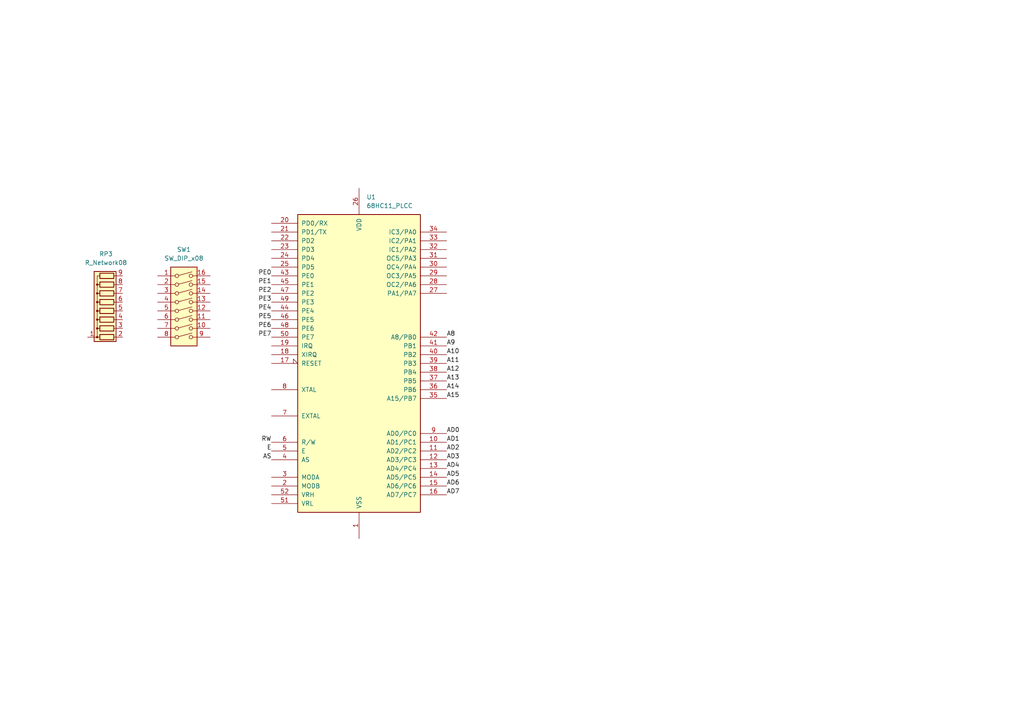
<source format=kicad_sch>
(kicad_sch (version 20250114) (generator "eeschema") (generator_version "9.0")
  (paper "A4")
  (lib_symbols
    (symbol "Device:R_Network08" (pin_names (offset 0) (hide yes))
      (property "Reference" "RN" (at -12.7 0 90))
      (property "Value" "R_Network08" (at 10.16 0 90))
      (symbol "R_Network08_0_1"
        (rectangle (start -11.43 -3.175) (end 8.89 3.175) (stroke (width 0.254)) (fill (type background)))
        (rectangle (start -10.922 1.524) (end -9.398 -2.54) (stroke (width 0.254)))
        (circle (center -10.16 2.286) (radius 0.254) (fill (type outline)))
        (polyline (pts (xy -10.16 1.524) (xy -10.16 2.286) (xy -7.62 2.286) (xy -7.62 1.524)))
        (polyline (pts (xy -10.16 -2.54) (xy -10.16 -3.81)))
        (rectangle (start -8.382 1.524) (end -6.858 -2.54) (stroke (width 0.254)))
        (circle (center -7.62 2.286) (radius 0.254) (fill (type outline)))
        (polyline (pts (xy -7.62 1.524) (xy -7.62 2.286) (xy -5.08 2.286) (xy -5.08 1.524)))
        (polyline (pts (xy -7.62 -2.54) (xy -7.62 -3.81)))
        (rectangle (start -5.842 1.524) (end -4.318 -2.54) (stroke (width 0.254)))
        (circle (center -5.08 2.286) (radius 0.254) (fill (type outline)))
        (polyline (pts (xy -5.08 1.524) (xy -5.08 2.286) (xy -2.54 2.286) (xy -2.54 1.524)))
        (polyline (pts (xy -5.08 -2.54) (xy -5.08 -3.81)))
        (rectangle (start -3.302 1.524) (end -1.778 -2.54) (stroke (width 0.254)))
        (circle (center -2.54 2.286) (radius 0.254) (fill (type outline)))
        (polyline (pts (xy -2.54 1.524) (xy -2.54 2.286) (xy 0 2.286) (xy 0 1.524)))
        (polyline (pts (xy -2.54 -2.54) (xy -2.54 -3.81)))
        (rectangle (start -0.762 1.524) (end 0.762 -2.54) (stroke (width 0.254)))
        (circle (center 0 2.286) (radius 0.254) (fill (type outline)))
        (polyline (pts (xy 0 1.524) (xy 0 2.286) (xy 2.54 2.286) (xy 2.54 1.524)))
        (polyline (pts (xy 0 -2.54) (xy 0 -3.81)))
        (rectangle (start 1.778 1.524) (end 3.302 -2.54) (stroke (width 0.254)))
        (circle (center 2.54 2.286) (radius 0.254) (fill (type outline)))
        (polyline (pts (xy 2.54 1.524) (xy 2.54 2.286) (xy 5.08 2.286) (xy 5.08 1.524)))
        (polyline (pts (xy 2.54 -2.54) (xy 2.54 -3.81)))
        (rectangle (start 4.318 1.524) (end 5.842 -2.54) (stroke (width 0.254)))
        (circle (center 5.08 2.286) (radius 0.254) (fill (type outline)))
        (polyline (pts (xy 5.08 1.524) (xy 5.08 2.286) (xy 7.62 2.286) (xy 7.62 1.524)))
        (polyline (pts (xy 5.08 -2.54) (xy 5.08 -3.81)))
        (rectangle (start 6.858 1.524) (end 8.382 -2.54) (stroke (width 0.254)))
        (polyline (pts (xy 7.62 -2.54) (xy 7.62 -3.81)))
      )
      (symbol "R_Network08_1_1"
        (pin passive line (at -10.16 5.08 270) (length 2.54) (name "common") (number "1"))
        (pin passive line (at -10.16 -5.08 90) (length 1.27) (name "R1") (number "2"))
        (pin passive line (at -7.62 -5.08 90) (length 1.27) (name "R2") (number "3"))
        (pin passive line (at -5.08 -5.08 90) (length 1.27) (name "R3") (number "4"))
        (pin passive line (at -2.54 -5.08 90) (length 1.27) (name "R4") (number "5"))
        (pin passive line (at 0 -5.08 90) (length 1.27) (name "R5") (number "6"))
        (pin passive line (at 2.54 -5.08 90) (length 1.27) (name "R6") (number "7"))
        (pin passive line (at 5.08 -5.08 90) (length 1.27) (name "R7") (number "8"))
        (pin passive line (at 7.62 -5.08 90) (length 1.27) (name "R8") (number "9"))
      )
    )
    (symbol "MCU_NXP_HC11:68HC11_PLCC" (pin_names (offset 1.016))
      (property "Reference" "U" (at 7.62 45.72 0))
      (property "Value" "68HC11_PLCC" (at 12.7 -46.99 0))
      (symbol "68HC11_PLCC_0_1"
        (rectangle (start -17.78 -43.18) (end 17.78 43.18) (stroke (width 0.254)) (fill (type background)))
      )
      (symbol "68HC11_PLCC_1_1"
        (pin bidirectional line (at -25.4 40.64 0) (length 7.62) (name "PD0/RX") (number "20"))
        (pin bidirectional line (at -25.4 38.1 0) (length 7.62) (name "PD1/TX") (number "21"))
        (pin bidirectional line (at -25.4 35.56 0) (length 7.62) (name "PD2") (number "22"))
        (pin input line (at -25.4 33.02 0) (length 7.62) (name "PD3") (number "23"))
        (pin bidirectional line (at -25.4 30.48 0) (length 7.62) (name "PD4") (number "24"))
        (pin bidirectional line (at -25.4 27.94 0) (length 7.62) (name "PD5") (number "25"))
        (pin input line (at -25.4 25.4 0) (length 7.62) (name "PE0") (number "43"))
        (pin input line (at -25.4 22.86 0) (length 7.62) (name "PE1") (number "45"))
        (pin input line (at -25.4 20.32 0) (length 7.62) (name "PE2") (number "47"))
        (pin input line (at -25.4 17.78 0) (length 7.62) (name "PE3") (number "49"))
        (pin input line (at -25.4 15.24 0) (length 7.62) (name "PE4") (number "44"))
        (pin input line (at -25.4 12.7 0) (length 7.62) (name "PE5") (number "46"))
        (pin input line (at -25.4 10.16 0) (length 7.62) (name "PE6") (number "48"))
        (pin input line (at -25.4 7.62 0) (length 7.62) (name "PE7") (number "50"))
        (pin input line (at -25.4 5.08 0) (length 7.62) (name "IRQ") (number "19"))
        (pin input line (at -25.4 2.54 0) (length 7.62) (name "XIRQ") (number "18"))
        (pin input input_low (at -25.4 0 0) (length 7.62) (name "RESET") (number "17"))
        (pin output line (at -25.4 -7.62 0) (length 7.62) (name "XTAL") (number "8"))
        (pin input line (at -25.4 -15.24 0) (length 7.62) (name "EXTAL") (number "7"))
        (pin output line (at -25.4 -22.86 0) (length 7.62) (name "R/W") (number "6"))
        (pin output line (at -25.4 -25.4 0) (length 7.62) (name "E") (number "5"))
        (pin output line (at -25.4 -27.94 0) (length 7.62) (name "AS") (number "4"))
        (pin input line (at -25.4 -33.02 0) (length 7.62) (name "MODA") (number "3"))
        (pin input line (at -25.4 -35.56 0) (length 7.62) (name "MODB") (number "2"))
        (pin passive line (at -25.4 -38.1 0) (length 7.62) (name "VRH") (number "52"))
        (pin passive line (at -25.4 -40.64 0) (length 7.62) (name "VRL") (number "51"))
        (pin power_in line (at 0 50.8 270) (length 7.62) (name "VDD") (number "26"))
        (pin power_in line (at 0 -50.8 90) (length 7.62) (name "VSS") (number "1"))
        (pin input line (at 25.4 38.1 180) (length 7.62) (name "IC3/PA0") (number "34"))
        (pin input line (at 25.4 35.56 180) (length 7.62) (name "IC2/PA1") (number "33"))
        (pin input line (at 25.4 33.02 180) (length 7.62) (name "IC1/PA2") (number "32"))
        (pin output line (at 25.4 30.48 180) (length 7.62) (name "OC5/PA3") (number "31"))
        (pin output line (at 25.4 27.94 180) (length 7.62) (name "OC4/PA4") (number "30"))
        (pin output line (at 25.4 25.4 180) (length 7.62) (name "OC3/PA5") (number "29"))
        (pin output line (at 25.4 22.86 180) (length 7.62) (name "OC2/PA6") (number "28"))
        (pin input line (at 25.4 20.32 180) (length 7.62) (name "PA1/PA7") (number "27"))
        (pin output line (at 25.4 7.62 180) (length 7.62) (name "A8/PB0") (number "42"))
        (pin output line (at 25.4 5.08 180) (length 7.62) (name "PB1") (number "41"))
        (pin output line (at 25.4 2.54 180) (length 7.62) (name "PB2") (number "40"))
        (pin output line (at 25.4 0 180) (length 7.62) (name "PB3") (number "39"))
        (pin output line (at 25.4 -2.54 180) (length 7.62) (name "PB4") (number "38"))
        (pin output line (at 25.4 -5.08 180) (length 7.62) (name "PB5") (number "37"))
        (pin output line (at 25.4 -7.62 180) (length 7.62) (name "PB6") (number "36"))
        (pin output line (at 25.4 -10.16 180) (length 7.62) (name "A15/PB7") (number "35"))
        (pin tri_state line (at 25.4 -20.32 180) (length 7.62) (name "AD0/PC0") (number "9"))
        (pin tri_state line (at 25.4 -22.86 180) (length 7.62) (name "AD1/PC1") (number "10"))
        (pin tri_state line (at 25.4 -25.4 180) (length 7.62) (name "AD2/PC2") (number "11"))
        (pin tri_state line (at 25.4 -27.94 180) (length 7.62) (name "AD3/PC3") (number "12"))
        (pin tri_state line (at 25.4 -30.48 180) (length 7.62) (name "AD4/PC4") (number "13"))
        (pin tri_state line (at 25.4 -33.02 180) (length 7.62) (name "AD5/PC5") (number "14"))
        (pin tri_state line (at 25.4 -35.56 180) (length 7.62) (name "AD6/PC6") (number "15"))
        (pin tri_state line (at 25.4 -38.1 180) (length 7.62) (name "AD7/PC7") (number "16"))
      )
    )
    (symbol "Switch:SW_DIP_x08" (pin_names (offset 0) (hide yes))
      (property "Reference" "SW" (at 0 13.97 0))
      (property "Value" "SW_DIP_x08" (at 0 -11.43 0))
      (symbol "SW_DIP_x08_0_0"
        (circle (center -2.032 10.16) (radius 0.508))
        (circle (center -2.032 7.62) (radius 0.508))
        (circle (center -2.032 5.08) (radius 0.508))
        (circle (center -2.032 2.54) (radius 0.508))
        (circle (center -2.032 0) (radius 0.508))
        (circle (center -2.032 -2.54) (radius 0.508))
        (circle (center -2.032 -5.08) (radius 0.508))
        (circle (center -2.032 -7.62) (radius 0.508))
        (polyline (pts (xy -1.524 10.287) (xy 2.3622 11.3284)))
        (polyline (pts (xy -1.524 7.747) (xy 2.3622 8.7884)))
        (polyline (pts (xy -1.524 5.207) (xy 2.3622 6.2484)))
        (polyline (pts (xy -1.524 2.667) (xy 2.3622 3.7084)))
        (polyline (pts (xy -1.524 0.127) (xy 2.3622 1.1684)))
        (polyline (pts (xy -1.524 -2.3876) (xy 2.3622 -1.3462)))
        (polyline (pts (xy -1.524 -4.9276) (xy 2.3622 -3.8862)))
        (polyline (pts (xy -1.524 -7.4676) (xy 2.3622 -6.4262)))
        (circle (center 2.032 10.16) (radius 0.508))
        (circle (center 2.032 7.62) (radius 0.508))
        (circle (center 2.032 5.08) (radius 0.508))
        (circle (center 2.032 2.54) (radius 0.508))
        (circle (center 2.032 0) (radius 0.508))
        (circle (center 2.032 -2.54) (radius 0.508))
        (circle (center 2.032 -5.08) (radius 0.508))
        (circle (center 2.032 -7.62) (radius 0.508))
      )
      (symbol "SW_DIP_x08_0_1"
        (rectangle (start -3.81 12.7) (end 3.81 -10.16) (stroke (width 0.254)) (fill (type background)))
      )
      (symbol "SW_DIP_x08_1_1"
        (pin passive line (at -7.62 10.16 0) (length 5.08) (name "~") (number "1"))
        (pin passive line (at -7.62 7.62 0) (length 5.08) (name "~") (number "2"))
        (pin passive line (at -7.62 5.08 0) (length 5.08) (name "~") (number "3"))
        (pin passive line (at -7.62 2.54 0) (length 5.08) (name "~") (number "4"))
        (pin passive line (at -7.62 0 0) (length 5.08) (name "~") (number "5"))
        (pin passive line (at -7.62 -2.54 0) (length 5.08) (name "~") (number "6"))
        (pin passive line (at -7.62 -5.08 0) (length 5.08) (name "~") (number "7"))
        (pin passive line (at -7.62 -7.62 0) (length 5.08) (name "~") (number "8"))
        (pin passive line (at 7.62 10.16 180) (length 5.08) (name "~") (number "16"))
        (pin passive line (at 7.62 7.62 180) (length 5.08) (name "~") (number "15"))
        (pin passive line (at 7.62 5.08 180) (length 5.08) (name "~") (number "14"))
        (pin passive line (at 7.62 2.54 180) (length 5.08) (name "~") (number "13"))
        (pin passive line (at 7.62 0 180) (length 5.08) (name "~") (number "12"))
        (pin passive line (at 7.62 -2.54 180) (length 5.08) (name "~") (number "11"))
        (pin passive line (at 7.62 -5.08 180) (length 5.08) (name "~") (number "10"))
        (pin passive line (at 7.62 -7.62 180) (length 5.08) (name "~") (number "9"))
      )
    )
  )
  (label "RW" (at 78.74 128.27 180))
  (label "A8" (at 129.54 97.79 0))
  (label "E" (at 78.74 130.81 180))
  (label "A10" (at 129.54 102.87 0))
  (label "A14" (at 129.54 113.03 0))
  (label "A15" (at 129.54 115.57 0))
  (label "AD2" (at 129.54 130.81 0))
  (label "AS" (at 78.74 133.35 180))
  (label "PE4" (at 78.74 90.17 180))
  (label "A9" (at 129.54 100.33 0))
  (label "PE1" (at 78.74 82.55 180))
  (label "AD1" (at 129.54 128.27 0))
  (label "AD6" (at 129.54 140.97 0))
  (label "A13" (at 129.54 110.49 0))
  (label "AD0" (at 129.54 125.73 0))
  (label "AD5" (at 129.54 138.43 0))
  (label "AD3" (at 129.54 133.35 0))
  (label "PE5" (at 78.74 92.71 180))
  (label "AD4" (at 129.54 135.89 0))
  (label "PE0" (at 78.74 80.01 180))
  (label "A12" (at 129.54 107.95 0))
  (label "PE7" (at 78.74 97.79 180))
  (label "AD7" (at 129.54 143.51 0))
  (label "A11" (at 129.54 105.41 0))
  (label "PE2" (at 78.74 85.09 180))
  (label "PE6" (at 78.74 95.25 180))
  (label "PE3" (at 78.74 87.63 180))
  (symbol (lib_id "Device:R_Network08") (at 30.48 87.63 90) (unit 1)
    (property "Reference" "RP3" (at 30.734 73.66 90))
    (property "Value" "R_Network08" (at 30.734 76.2 90))
    (property "Footprint" "Resistor_THT:R_Array_SIP9" (effects (hide yes)))
    (property "Datasheet" "http://www.vishay.com/docs/31509/csc.pdf" (effects (hide yes)))
    (property "Description" "8 resistor network, star topology, bussed resistors, small symbol" (effects (hide yes)))
  )
  (symbol (lib_id "MCU_NXP_HC11:68HC11_PLCC") (at 104.14 105.41 0) (unit 1)
    (property "Reference" "U1" (at 106.2833 57.15 0) (effects (justify left)))
    (property "Value" "68HC11_PLCC" (at 106.2833 59.69 0) (effects (justify left)))
    (property "Footprint" "Package_LCC:PLCC-52_THT-Socket" (effects (hide yes)))
    (property "Description" "HC11 Microcontroller, PLCC-52" (effects (hide yes)))
  )
  (symbol (lib_id "Switch:SW_DIP_x08") (at 53.34 90.17 0) (unit 1)
    (property "Reference" "SW1" (at 53.34 72.39 0))
    (property "Value" "SW_DIP_x08" (at 53.34 74.93 0))
    (property "Footprint" "Button_Switch_THT:SW_DIP_SPSTx08_Slide_9.78x22.5mm_W7.62mm_P2.54mm" (effects (hide yes)))
    (property "Description" "8x DIP Switch, Single Pole Single Throw (SPST) switch, small symbol" (effects (hide yes)))
  )
)
</source>
